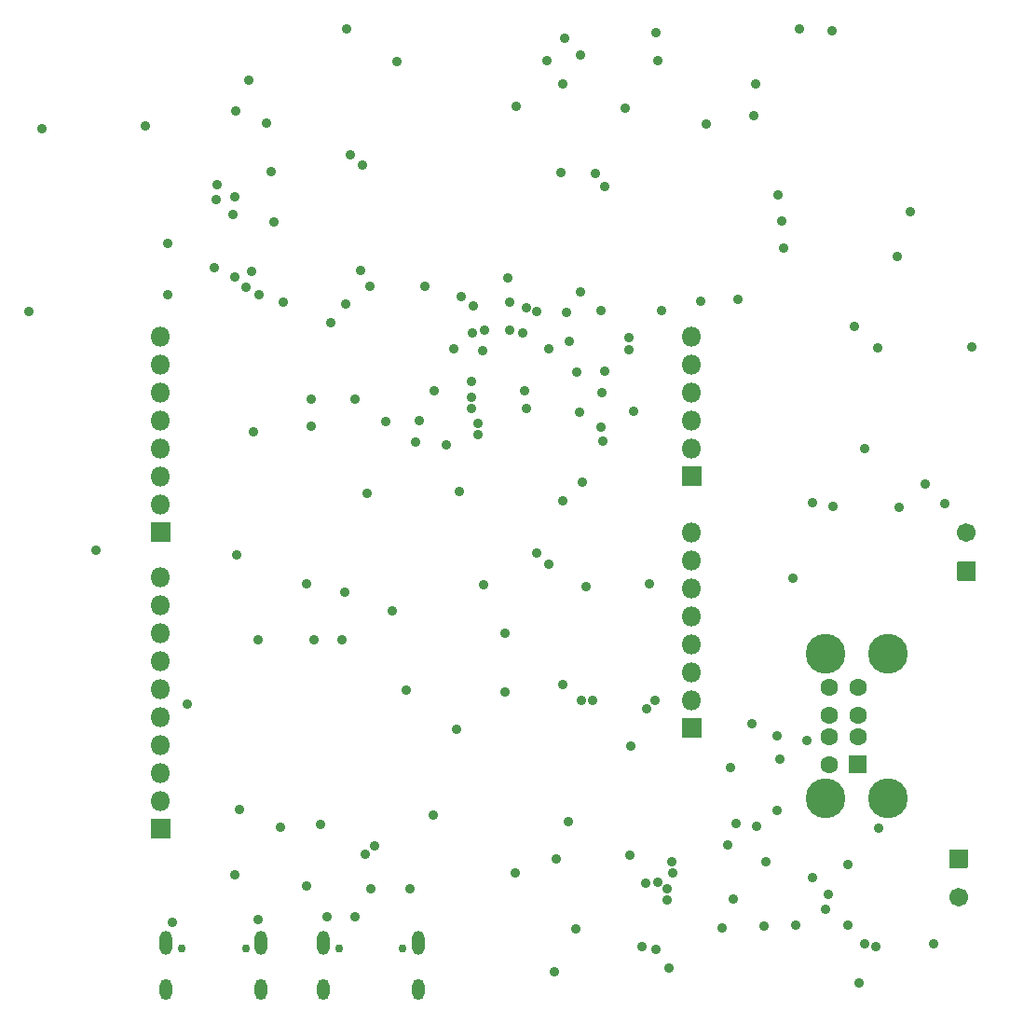
<source format=gbs>
G04 #@! TF.GenerationSoftware,KiCad,Pcbnew,7.0.7-7.0.7~ubuntu23.04.1*
G04 #@! TF.CreationDate,2023-09-22T06:11:18+00:00*
G04 #@! TF.ProjectId,mbed-ce-ci-shield-v2,6d626564-2d63-4652-9d63-692d73686965,0*
G04 #@! TF.SameCoordinates,Original*
G04 #@! TF.FileFunction,Soldermask,Bot*
G04 #@! TF.FilePolarity,Negative*
%FSLAX46Y46*%
G04 Gerber Fmt 4.6, Leading zero omitted, Abs format (unit mm)*
G04 Created by KiCad (PCBNEW 7.0.7-7.0.7~ubuntu23.04.1) date 2023-09-22 06:11:18*
%MOMM*%
%LPD*%
G01*
G04 APERTURE LIST*
%ADD10O,1.801600X1.801600*%
%ADD11C,1.701600*%
%ADD12C,0.751600*%
%ADD13O,1.101600X2.201600*%
%ADD14O,1.101600X1.901600*%
%ADD15C,1.601600*%
%ADD16C,3.601600*%
%ADD17C,0.901600*%
G04 APERTURE END LIST*
G36*
G01*
X80650800Y-72020000D02*
X80650800Y-73720000D01*
G75*
G02*
X80600000Y-73770800I-50800J0D01*
G01*
X78900000Y-73770800D01*
G75*
G02*
X78849200Y-73720000I0J50800D01*
G01*
X78849200Y-72020000D01*
G75*
G02*
X78900000Y-71969200I50800J0D01*
G01*
X80600000Y-71969200D01*
G75*
G02*
X80650800Y-72020000I0J-50800D01*
G01*
G37*
D10*
X79750000Y-70330000D03*
X79750000Y-67790000D03*
X79750000Y-65250000D03*
X79750000Y-62710000D03*
X79750000Y-60170000D03*
X79750000Y-57630000D03*
X79750000Y-55090000D03*
G36*
G01*
X153800000Y-77253451D02*
X152200000Y-77253451D01*
G75*
G02*
X152149200Y-77202651I0J50800D01*
G01*
X152149200Y-75602651D01*
G75*
G02*
X152200000Y-75551851I50800J0D01*
G01*
X153800000Y-75551851D01*
G75*
G02*
X153850800Y-75602651I0J-50800D01*
G01*
X153850800Y-77202651D01*
G75*
G02*
X153800000Y-77253451I-50800J0D01*
G01*
G37*
D11*
X153000000Y-72902651D03*
G36*
G01*
X80650800Y-98944000D02*
X80650800Y-100644000D01*
G75*
G02*
X80600000Y-100694800I-50800J0D01*
G01*
X78900000Y-100694800D01*
G75*
G02*
X78849200Y-100644000I0J50800D01*
G01*
X78849200Y-98944000D01*
G75*
G02*
X78900000Y-98893200I50800J0D01*
G01*
X80600000Y-98893200D01*
G75*
G02*
X80650800Y-98944000I0J-50800D01*
G01*
G37*
D10*
X79750000Y-97254000D03*
X79750000Y-94714000D03*
X79750000Y-92174000D03*
X79750000Y-89634000D03*
X79750000Y-87094000D03*
X79750000Y-84554000D03*
X79750000Y-82014000D03*
X79750000Y-79474000D03*
X79750000Y-76934000D03*
D12*
X95995051Y-110660000D03*
X101775051Y-110660000D03*
D13*
X94565051Y-110160000D03*
D14*
X94565051Y-114340000D03*
D13*
X103205051Y-110160000D03*
D14*
X103205051Y-114340000D03*
G36*
G01*
X128910800Y-89800000D02*
X128910800Y-91500000D01*
G75*
G02*
X128860000Y-91550800I-50800J0D01*
G01*
X127160000Y-91550800D01*
G75*
G02*
X127109200Y-91500000I0J50800D01*
G01*
X127109200Y-89800000D01*
G75*
G02*
X127160000Y-89749200I50800J0D01*
G01*
X128860000Y-89749200D01*
G75*
G02*
X128910800Y-89800000I0J-50800D01*
G01*
G37*
D10*
X128010000Y-88110000D03*
X128010000Y-85570000D03*
X128010000Y-83030000D03*
X128010000Y-80490000D03*
X128010000Y-77950000D03*
X128010000Y-75410000D03*
X128010000Y-72870000D03*
G36*
G01*
X128910800Y-66940000D02*
X128910800Y-68640000D01*
G75*
G02*
X128860000Y-68690800I-50800J0D01*
G01*
X127160000Y-68690800D01*
G75*
G02*
X127109200Y-68640000I0J50800D01*
G01*
X127109200Y-66940000D01*
G75*
G02*
X127160000Y-66889200I50800J0D01*
G01*
X128860000Y-66889200D01*
G75*
G02*
X128910800Y-66940000I0J-50800D01*
G01*
G37*
X128010000Y-65250000D03*
X128010000Y-62710000D03*
X128010000Y-60170000D03*
X128010000Y-57630000D03*
X128010000Y-55090000D03*
D12*
X81700000Y-110660000D03*
X87480000Y-110660000D03*
D13*
X80270000Y-110160000D03*
D14*
X80270000Y-114340000D03*
D13*
X88910000Y-110160000D03*
D14*
X88910000Y-114340000D03*
G36*
G01*
X151450000Y-101649200D02*
X153050000Y-101649200D01*
G75*
G02*
X153100800Y-101700000I0J-50800D01*
G01*
X153100800Y-103300000D01*
G75*
G02*
X153050000Y-103350800I-50800J0D01*
G01*
X151450000Y-103350800D01*
G75*
G02*
X151399200Y-103300000I0J50800D01*
G01*
X151399200Y-101700000D01*
G75*
G02*
X151450000Y-101649200I50800J0D01*
G01*
G37*
D11*
X152250000Y-106000000D03*
G36*
G01*
X143908485Y-93190000D02*
X143908485Y-94690000D01*
G75*
G02*
X143857685Y-94740800I-50800J0D01*
G01*
X142357685Y-94740800D01*
G75*
G02*
X142306885Y-94690000I0J50800D01*
G01*
X142306885Y-93190000D01*
G75*
G02*
X142357685Y-93139200I50800J0D01*
G01*
X143857685Y-93139200D01*
G75*
G02*
X143908485Y-93190000I0J-50800D01*
G01*
G37*
D15*
X143107685Y-91440000D03*
X143107685Y-89440000D03*
X143107685Y-86940000D03*
X140487685Y-93940000D03*
X140487685Y-91440000D03*
X140487685Y-89440000D03*
X140487685Y-86940000D03*
D16*
X145817685Y-97010000D03*
X145817685Y-83870000D03*
X140137685Y-97010000D03*
X140137685Y-83870000D03*
D17*
X93035051Y-104940000D03*
X106400000Y-56200000D03*
X88590000Y-108015000D03*
X90650000Y-99675000D03*
X86535051Y-103940000D03*
X116320000Y-70040000D03*
X86700000Y-74900000D03*
X116300000Y-32137659D03*
X133500000Y-90250000D03*
X116100000Y-40200000D03*
X114900000Y-30037659D03*
X134620000Y-108620000D03*
X84600000Y-48800000D03*
X89400000Y-35700000D03*
X143250000Y-113750000D03*
X115750000Y-102500000D03*
X131500000Y-94250000D03*
X128800000Y-51900000D03*
X105700000Y-64900000D03*
X87800000Y-31800000D03*
X136200000Y-44600000D03*
X115500000Y-112750000D03*
X78400000Y-36000000D03*
X116600000Y-52900000D03*
X84800000Y-42700000D03*
X93700000Y-82600000D03*
X115000000Y-56200000D03*
X104500000Y-98500000D03*
X118450000Y-77762500D03*
X96500000Y-78300000D03*
X122000000Y-34337659D03*
X93400000Y-60800000D03*
X122340000Y-55230000D03*
X147900000Y-43800000D03*
X98885051Y-105265000D03*
X131760000Y-106165500D03*
X142220000Y-103000000D03*
X124900000Y-30037659D03*
X129300000Y-35837159D03*
X111050000Y-87362500D03*
X133800000Y-32137659D03*
X153500000Y-56000000D03*
X69000000Y-36200000D03*
X90025500Y-44700000D03*
X102050000Y-87162500D03*
X119800000Y-52725500D03*
X111020000Y-82040000D03*
X117900000Y-29537659D03*
X86300000Y-44000000D03*
X137800000Y-27200000D03*
X67800000Y-52800000D03*
X97000000Y-38600000D03*
X142250000Y-108500000D03*
X96700000Y-27200000D03*
X122500000Y-92250000D03*
X82150000Y-88425000D03*
X134750000Y-102750000D03*
X80840000Y-108265000D03*
X102385051Y-105265000D03*
X144900000Y-56100000D03*
X100850000Y-79990000D03*
X143750000Y-65250000D03*
X146850000Y-70560000D03*
X86890000Y-98070000D03*
X140220000Y-107050000D03*
X124800000Y-27537659D03*
X116500000Y-28000000D03*
X133700000Y-35037659D03*
X135900000Y-42200000D03*
X88000000Y-49200000D03*
X132200000Y-51700000D03*
X88600000Y-82600000D03*
X125300000Y-52700000D03*
X106650000Y-90762500D03*
X125920000Y-112460000D03*
X101200000Y-30100000D03*
X150000000Y-110250000D03*
X93000000Y-77500000D03*
X93400000Y-63200000D03*
X140800000Y-27300000D03*
X137500000Y-108500000D03*
X98100000Y-39500000D03*
X139000000Y-70200000D03*
X108600000Y-62975402D03*
X146700000Y-47800000D03*
X102900000Y-64700000D03*
X142800000Y-54200000D03*
X136400000Y-47037659D03*
X112010000Y-103775500D03*
X124150000Y-77570000D03*
X86600000Y-34600000D03*
X89800000Y-40100000D03*
X94300000Y-99400000D03*
X96200000Y-82600000D03*
X112100000Y-34200000D03*
X116320000Y-86670000D03*
X100200000Y-62800000D03*
X116850000Y-99110000D03*
X117900000Y-51000000D03*
X118050000Y-68350000D03*
X117470000Y-108850000D03*
X140420000Y-105730000D03*
X133940000Y-99590000D03*
X132075500Y-99270000D03*
X139010000Y-104250000D03*
X97385051Y-107765000D03*
X94885051Y-107765000D03*
X130750000Y-108750000D03*
X131250000Y-101250000D03*
X123800000Y-104720000D03*
X137210000Y-77060000D03*
X123487701Y-110512299D03*
X144770000Y-110470000D03*
X108200000Y-52300000D03*
X113900000Y-52800000D03*
X107100000Y-51500000D03*
X112964137Y-52449051D03*
X111500000Y-54500000D03*
X103800000Y-50500000D03*
X109184623Y-54500500D03*
X111500000Y-51975500D03*
X119900000Y-60200000D03*
X97400000Y-60800000D03*
X108000000Y-60600000D03*
X108000000Y-61599503D03*
X113000000Y-61600000D03*
X125750000Y-106275000D03*
X98350000Y-102070000D03*
X125750000Y-105225000D03*
X99190000Y-101340000D03*
X149250000Y-68500000D03*
X126250000Y-102750000D03*
X143750000Y-110250000D03*
X124750000Y-110750000D03*
X124900000Y-104670000D03*
X140890000Y-70500000D03*
X126262299Y-103762299D03*
X151000000Y-70250000D03*
X136000000Y-93500000D03*
X138500000Y-91750000D03*
X135754214Y-98135042D03*
X135750219Y-91378280D03*
X145000000Y-99750000D03*
X117975000Y-88100000D03*
X113900000Y-74713000D03*
X109100000Y-77600000D03*
X122440000Y-102200000D03*
X98500000Y-69300000D03*
X111324500Y-49800000D03*
X97900000Y-49100000D03*
X115003372Y-75762395D03*
X119025000Y-88100000D03*
X96600000Y-52100000D03*
X109000000Y-56400000D03*
X98800000Y-50500000D03*
X117600000Y-58300000D03*
X88230000Y-63770000D03*
X119920000Y-64570000D03*
X86524500Y-42400000D03*
X84900000Y-41300000D03*
X116900000Y-55500000D03*
X106900000Y-69200000D03*
X122700000Y-61900000D03*
X122324500Y-56300000D03*
X87494161Y-50624500D03*
X119800000Y-63300000D03*
X86500000Y-49700000D03*
X108100000Y-54800000D03*
X112700000Y-54800000D03*
X80400000Y-51275500D03*
X80400000Y-46600000D03*
X112800000Y-60000000D03*
X88700000Y-51275500D03*
X104600000Y-60000000D03*
X90900000Y-52000000D03*
X95200000Y-53800000D03*
X108000000Y-59200000D03*
X73900000Y-74500000D03*
X120100000Y-58200000D03*
X117800000Y-62000000D03*
X108600000Y-64000000D03*
X103300000Y-62700000D03*
X120100000Y-41437659D03*
X123928768Y-88871232D03*
X119229163Y-40300000D03*
X124671232Y-88128768D03*
M02*

</source>
